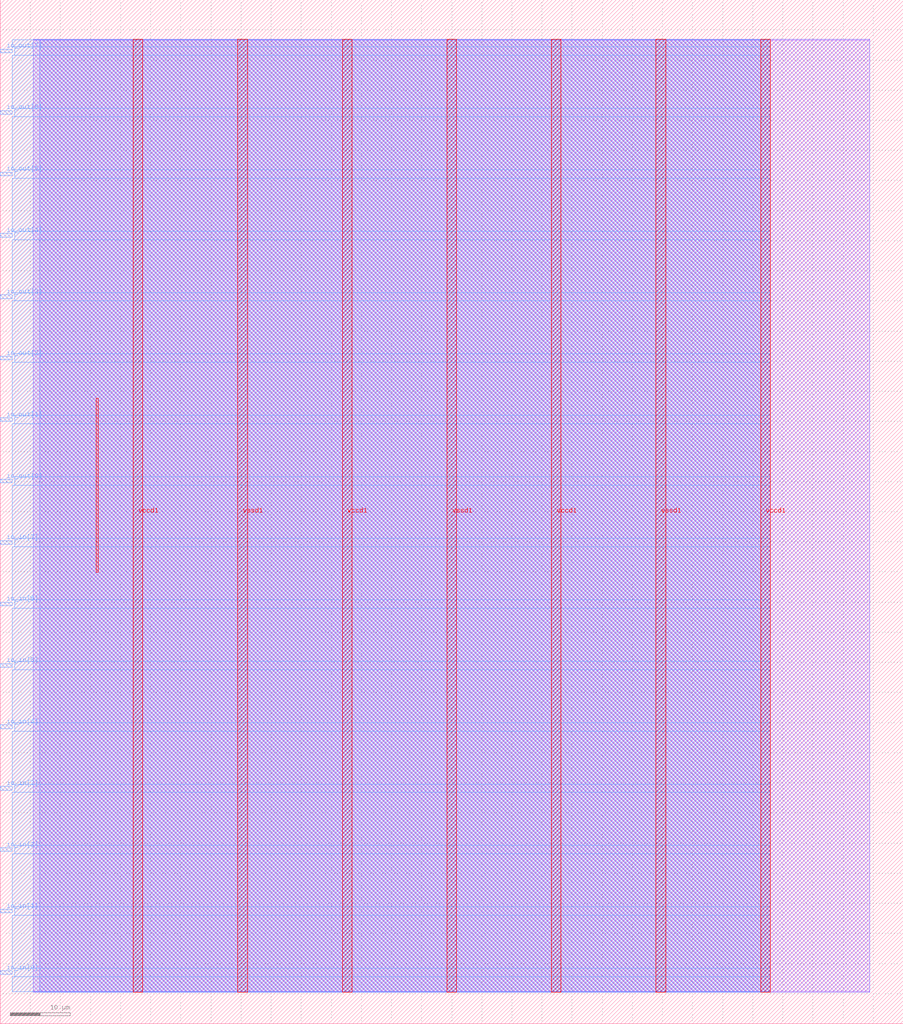
<source format=lef>
VERSION 5.7 ;
  NOWIREEXTENSIONATPIN ON ;
  DIVIDERCHAR "/" ;
  BUSBITCHARS "[]" ;
MACRO rotary_encoder
  CLASS BLOCK ;
  FOREIGN rotary_encoder ;
  ORIGIN 0.000 0.000 ;
  SIZE 150.000 BY 170.000 ;
  PIN io_in[0]
    DIRECTION INPUT ;
    USE SIGNAL ;
    PORT
      LAYER met3 ;
        RECT 0.000 8.200 2.000 8.800 ;
    END
  END io_in[0]
  PIN io_in[1]
    DIRECTION INPUT ;
    USE SIGNAL ;
    PORT
      LAYER met3 ;
        RECT 0.000 18.400 2.000 19.000 ;
    END
  END io_in[1]
  PIN io_in[2]
    DIRECTION INPUT ;
    USE SIGNAL ;
    PORT
      LAYER met3 ;
        RECT 0.000 28.600 2.000 29.200 ;
    END
  END io_in[2]
  PIN io_in[3]
    DIRECTION INPUT ;
    USE SIGNAL ;
    PORT
      LAYER met3 ;
        RECT 0.000 38.800 2.000 39.400 ;
    END
  END io_in[3]
  PIN io_in[4]
    DIRECTION INPUT ;
    USE SIGNAL ;
    PORT
      LAYER met3 ;
        RECT 0.000 49.000 2.000 49.600 ;
    END
  END io_in[4]
  PIN io_in[5]
    DIRECTION INPUT ;
    USE SIGNAL ;
    PORT
      LAYER met3 ;
        RECT 0.000 59.200 2.000 59.800 ;
    END
  END io_in[5]
  PIN io_in[6]
    DIRECTION INPUT ;
    USE SIGNAL ;
    PORT
      LAYER met3 ;
        RECT 0.000 69.400 2.000 70.000 ;
    END
  END io_in[6]
  PIN io_in[7]
    DIRECTION INPUT ;
    USE SIGNAL ;
    PORT
      LAYER met3 ;
        RECT 0.000 79.600 2.000 80.200 ;
    END
  END io_in[7]
  PIN io_out[0]
    DIRECTION OUTPUT TRISTATE ;
    USE SIGNAL ;
    PORT
      LAYER met3 ;
        RECT 0.000 89.800 2.000 90.400 ;
    END
  END io_out[0]
  PIN io_out[1]
    DIRECTION OUTPUT TRISTATE ;
    USE SIGNAL ;
    PORT
      LAYER met3 ;
        RECT 0.000 100.000 2.000 100.600 ;
    END
  END io_out[1]
  PIN io_out[2]
    DIRECTION OUTPUT TRISTATE ;
    USE SIGNAL ;
    PORT
      LAYER met3 ;
        RECT 0.000 110.200 2.000 110.800 ;
    END
  END io_out[2]
  PIN io_out[3]
    DIRECTION OUTPUT TRISTATE ;
    USE SIGNAL ;
    PORT
      LAYER met3 ;
        RECT 0.000 120.400 2.000 121.000 ;
    END
  END io_out[3]
  PIN io_out[4]
    DIRECTION OUTPUT TRISTATE ;
    USE SIGNAL ;
    PORT
      LAYER met3 ;
        RECT 0.000 130.600 2.000 131.200 ;
    END
  END io_out[4]
  PIN io_out[5]
    DIRECTION OUTPUT TRISTATE ;
    USE SIGNAL ;
    PORT
      LAYER met3 ;
        RECT 0.000 140.800 2.000 141.400 ;
    END
  END io_out[5]
  PIN io_out[6]
    DIRECTION OUTPUT TRISTATE ;
    USE SIGNAL ;
    PORT
      LAYER met3 ;
        RECT 0.000 151.000 2.000 151.600 ;
    END
  END io_out[6]
  PIN io_out[7]
    DIRECTION OUTPUT TRISTATE ;
    USE SIGNAL ;
    PORT
      LAYER met3 ;
        RECT 0.000 161.200 2.000 161.800 ;
    END
  END io_out[7]
  PIN vccd1
    DIRECTION INOUT ;
    USE POWER ;
    PORT
      LAYER met4 ;
        RECT 22.090 5.200 23.690 163.440 ;
    END
    PORT
      LAYER met4 ;
        RECT 56.830 5.200 58.430 163.440 ;
    END
    PORT
      LAYER met4 ;
        RECT 91.570 5.200 93.170 163.440 ;
    END
    PORT
      LAYER met4 ;
        RECT 126.310 5.200 127.910 163.440 ;
    END
  END vccd1
  PIN vssd1
    DIRECTION INOUT ;
    USE GROUND ;
    PORT
      LAYER met4 ;
        RECT 39.460 5.200 41.060 163.440 ;
    END
    PORT
      LAYER met4 ;
        RECT 74.200 5.200 75.800 163.440 ;
    END
    PORT
      LAYER met4 ;
        RECT 108.940 5.200 110.540 163.440 ;
    END
  END vssd1
  OBS
      LAYER li1 ;
        RECT 5.520 5.355 144.440 163.285 ;
      LAYER met1 ;
        RECT 5.520 5.200 144.440 163.440 ;
      LAYER met2 ;
        RECT 6.530 5.255 127.880 163.385 ;
      LAYER met3 ;
        RECT 2.000 162.200 127.900 163.365 ;
        RECT 2.400 160.800 127.900 162.200 ;
        RECT 2.000 152.000 127.900 160.800 ;
        RECT 2.400 150.600 127.900 152.000 ;
        RECT 2.000 141.800 127.900 150.600 ;
        RECT 2.400 140.400 127.900 141.800 ;
        RECT 2.000 131.600 127.900 140.400 ;
        RECT 2.400 130.200 127.900 131.600 ;
        RECT 2.000 121.400 127.900 130.200 ;
        RECT 2.400 120.000 127.900 121.400 ;
        RECT 2.000 111.200 127.900 120.000 ;
        RECT 2.400 109.800 127.900 111.200 ;
        RECT 2.000 101.000 127.900 109.800 ;
        RECT 2.400 99.600 127.900 101.000 ;
        RECT 2.000 90.800 127.900 99.600 ;
        RECT 2.400 89.400 127.900 90.800 ;
        RECT 2.000 80.600 127.900 89.400 ;
        RECT 2.400 79.200 127.900 80.600 ;
        RECT 2.000 70.400 127.900 79.200 ;
        RECT 2.400 69.000 127.900 70.400 ;
        RECT 2.000 60.200 127.900 69.000 ;
        RECT 2.400 58.800 127.900 60.200 ;
        RECT 2.000 50.000 127.900 58.800 ;
        RECT 2.400 48.600 127.900 50.000 ;
        RECT 2.000 39.800 127.900 48.600 ;
        RECT 2.400 38.400 127.900 39.800 ;
        RECT 2.000 29.600 127.900 38.400 ;
        RECT 2.400 28.200 127.900 29.600 ;
        RECT 2.000 19.400 127.900 28.200 ;
        RECT 2.400 18.000 127.900 19.400 ;
        RECT 2.000 9.200 127.900 18.000 ;
        RECT 2.400 7.800 127.900 9.200 ;
        RECT 2.000 5.275 127.900 7.800 ;
      LAYER met4 ;
        RECT 15.935 74.975 16.265 103.865 ;
  END
END rotary_encoder
END LIBRARY


</source>
